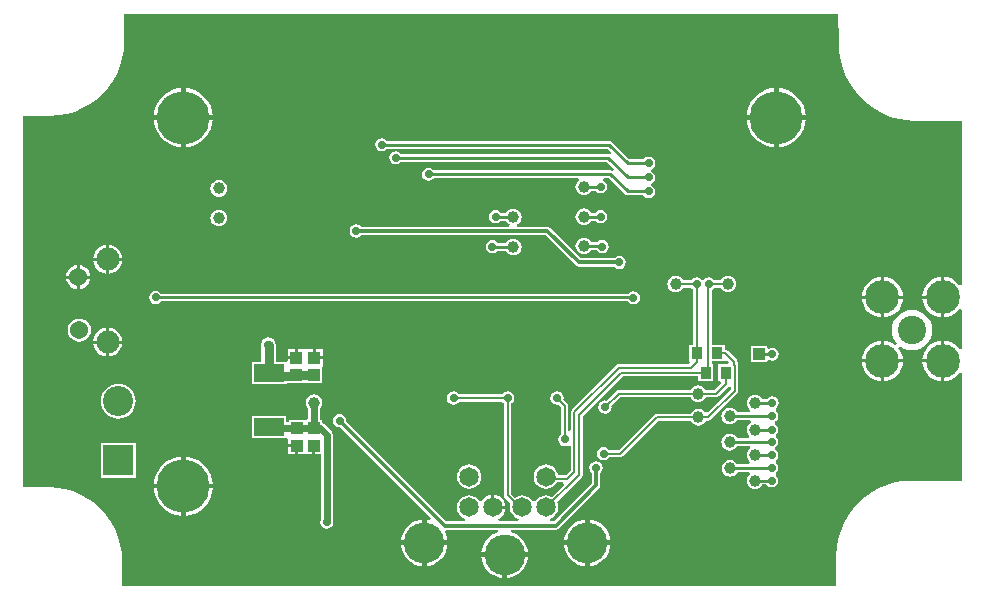
<source format=gbl>
G04*
G04 #@! TF.GenerationSoftware,Altium Limited,Altium Designer,25.2.1 (25)*
G04*
G04 Layer_Physical_Order=2*
G04 Layer_Color=16711680*
%FSLAX44Y44*%
%MOMM*%
G71*
G04*
G04 #@! TF.SameCoordinates,87619A9C-F5BC-4542-8D18-A5A081A772CD*
G04*
G04*
G04 #@! TF.FilePolarity,Positive*
G04*
G01*
G75*
%ADD10C,0.2000*%
%ADD11C,0.2500*%
%ADD19R,0.9000X1.0000*%
G04:AMPARAMS|DCode=23|XSize=0.95mm|YSize=0.95mm|CornerRadius=0mm|HoleSize=0mm|Usage=FLASHONLY|Rotation=90.000|XOffset=0mm|YOffset=0mm|HoleType=Round|Shape=RoundedRectangle|*
%AMROUNDEDRECTD23*
21,1,0.9500,0.9500,0,0,90.0*
21,1,0.9500,0.9500,0,0,90.0*
1,1,0.0000,0.4750,0.4750*
1,1,0.0000,0.4750,-0.4750*
1,1,0.0000,-0.4750,-0.4750*
1,1,0.0000,-0.4750,0.4750*
%
%ADD23ROUNDEDRECTD23*%
%ADD70C,1.0000*%
%ADD71C,0.6000*%
%ADD72C,0.2450*%
%ADD73C,0.3000*%
%ADD74C,0.2540*%
%ADD75C,0.8000*%
%ADD76C,4.5000*%
%ADD77C,3.4500*%
%ADD78C,1.6500*%
%ADD79C,2.8500*%
%ADD80C,2.4000*%
%ADD81R,2.5500X2.5500*%
%ADD82C,2.5500*%
%ADD83C,1.5400*%
%ADD84C,1.9500*%
%ADD85C,0.7000*%
%ADD86R,2.5000X1.5000*%
%ADD87R,7.0000X7.0000*%
G36*
X693156Y464668D02*
X693181Y464553D01*
X693062Y462434D01*
X693472Y455140D01*
X694696Y447938D01*
X696718Y440918D01*
X699514Y434168D01*
X703047Y427775D01*
X707275Y421816D01*
X712143Y416369D01*
X717590Y411501D01*
X723548Y407274D01*
X729942Y403740D01*
X736691Y400945D01*
X743711Y398922D01*
X750913Y397698D01*
X755667Y397431D01*
X755917Y397382D01*
X797172D01*
Y258576D01*
X796221Y258065D01*
X795172Y257923D01*
X793257Y260257D01*
X790630Y262412D01*
X787633Y264014D01*
X784382Y265000D01*
X782270Y265208D01*
Y248000D01*
Y230792D01*
X784382Y231000D01*
X787633Y231986D01*
X790630Y233588D01*
X793257Y235743D01*
X795172Y238078D01*
X796221Y237935D01*
X797172Y237424D01*
Y204576D01*
X796221Y204065D01*
X795172Y203923D01*
X793257Y206257D01*
X790630Y208412D01*
X787633Y210014D01*
X784382Y211000D01*
X782270Y211208D01*
Y194000D01*
Y176792D01*
X784382Y177000D01*
X787633Y177986D01*
X790630Y179588D01*
X793257Y181743D01*
X795172Y184077D01*
X796221Y183935D01*
X797172Y183424D01*
Y92638D01*
X755778D01*
X755768Y92636D01*
X754698Y92696D01*
X747558Y92295D01*
X740507Y91097D01*
X733635Y89117D01*
X727027Y86380D01*
X720768Y82921D01*
X714935Y78782D01*
X709603Y74017D01*
X704837Y68684D01*
X700698Y62851D01*
X697239Y56592D01*
X694502Y49984D01*
X692522Y43112D01*
X691324Y36061D01*
X690986Y30047D01*
X690986D01*
X690982Y30000D01*
X690982Y28058D01*
Y3687D01*
X86355D01*
Y25181D01*
X86369Y25181D01*
X86355Y25510D01*
X86349Y25536D01*
X86259Y27148D01*
X86259Y27149D01*
X86009Y31600D01*
X84836Y38502D01*
X82898Y45228D01*
X80220Y51695D01*
X76834Y57822D01*
X72783Y63531D01*
X68118Y68751D01*
X62899Y73415D01*
X57189Y77466D01*
X51063Y80852D01*
X44595Y83531D01*
X37869Y85469D01*
X30967Y86642D01*
X25787Y86933D01*
X25510Y86988D01*
X25394D01*
X24719Y86993D01*
X23978Y87034D01*
X23408Y87002D01*
X21410Y86988D01*
X2687D01*
Y361000D01*
Y401603D01*
X25510D01*
X25524Y401591D01*
X25524Y401573D01*
X32234Y401950D01*
X39183Y403130D01*
X45956Y405081D01*
X52467Y407779D01*
X58636Y411188D01*
X64384Y415267D01*
X69640Y419963D01*
X74336Y425219D01*
X78415Y430967D01*
X81824Y437135D01*
X84521Y443647D01*
X86472Y450420D01*
X87653Y457368D01*
X87956Y462755D01*
X88048Y464405D01*
X88030Y464733D01*
X88000Y466725D01*
Y487533D01*
X692682D01*
X693156Y464668D01*
D02*
G37*
%LPC*%
G36*
X642000Y424964D02*
Y402000D01*
X664964D01*
X664678Y404909D01*
X663246Y409629D01*
X660921Y413979D01*
X657792Y417792D01*
X653979Y420921D01*
X649629Y423246D01*
X644909Y424678D01*
X642000Y424964D01*
D02*
G37*
G36*
X638000D02*
X635091Y424678D01*
X630371Y423246D01*
X626021Y420921D01*
X622208Y417792D01*
X619079Y413979D01*
X616754Y409629D01*
X615322Y404909D01*
X615036Y402000D01*
X638000D01*
Y424964D01*
D02*
G37*
G36*
X140000D02*
Y402000D01*
X162964D01*
X162678Y404909D01*
X161246Y409629D01*
X158921Y413979D01*
X155792Y417792D01*
X151979Y420921D01*
X147629Y423246D01*
X142909Y424678D01*
X140000Y424964D01*
D02*
G37*
G36*
X136000D02*
X133091Y424678D01*
X128371Y423246D01*
X124021Y420921D01*
X120208Y417792D01*
X117079Y413979D01*
X114754Y409629D01*
X113322Y404909D01*
X113036Y402000D01*
X136000D01*
Y424964D01*
D02*
G37*
G36*
X664964Y398000D02*
X642000D01*
Y375036D01*
X644909Y375322D01*
X649629Y376754D01*
X653979Y379079D01*
X657792Y382208D01*
X660921Y386021D01*
X663246Y390371D01*
X664678Y395091D01*
X664964Y398000D01*
D02*
G37*
G36*
X638000D02*
X615036D01*
X615322Y395091D01*
X616754Y390371D01*
X619079Y386021D01*
X622208Y382208D01*
X626021Y379079D01*
X630371Y376754D01*
X635091Y375322D01*
X638000Y375036D01*
Y398000D01*
D02*
G37*
G36*
X162964D02*
X140000D01*
Y375036D01*
X142909Y375322D01*
X147629Y376754D01*
X151979Y379079D01*
X155792Y382208D01*
X158921Y386021D01*
X161246Y390371D01*
X162678Y395091D01*
X162964Y398000D01*
D02*
G37*
G36*
X136000D02*
X113036D01*
X113322Y395091D01*
X114754Y390371D01*
X117079Y386021D01*
X120208Y382208D01*
X124021Y379079D01*
X128371Y376754D01*
X133091Y375322D01*
X136000Y375036D01*
Y398000D01*
D02*
G37*
G36*
X306000Y382608D02*
X303854Y382181D01*
X302035Y380965D01*
X300819Y379146D01*
X300392Y377000D01*
X300819Y374854D01*
X302035Y373035D01*
X303854Y371819D01*
X306000Y371392D01*
X308146Y371819D01*
X309965Y373035D01*
X310401Y373686D01*
X497277D01*
X500593Y370370D01*
X499318Y368817D01*
X498848Y369131D01*
X497580Y369383D01*
X322213D01*
X321778Y370034D01*
X319959Y371250D01*
X317813Y371677D01*
X315667Y371250D01*
X313847Y370034D01*
X312632Y368215D01*
X312205Y366069D01*
X312632Y363923D01*
X313847Y362104D01*
X315667Y360888D01*
X317813Y360461D01*
X319959Y360888D01*
X321778Y362104D01*
X322213Y362756D01*
X496208D01*
X502585Y356378D01*
X501311Y354824D01*
X500841Y355138D01*
X499573Y355390D01*
X350054D01*
X349619Y356042D01*
X347799Y357257D01*
X345653Y357684D01*
X343507Y357257D01*
X341688Y356042D01*
X340472Y354222D01*
X340046Y352076D01*
X340472Y349930D01*
X341688Y348111D01*
X343507Y346896D01*
X345653Y346469D01*
X347799Y346896D01*
X349619Y348111D01*
X350054Y348763D01*
X472116D01*
X472795Y346763D01*
X472137Y346258D01*
X471015Y344796D01*
X470309Y343093D01*
X470069Y341266D01*
X470309Y339438D01*
X471015Y337736D01*
X472137Y336273D01*
X473599Y335151D01*
X475302Y334446D01*
X477129Y334205D01*
X478957Y334446D01*
X480659Y335151D01*
X482122Y336273D01*
X483244Y337736D01*
X483401Y338114D01*
X487073D01*
X487373Y337665D01*
X489192Y336449D01*
X491338Y336022D01*
X493484Y336449D01*
X495303Y337665D01*
X496519Y339484D01*
X496946Y341630D01*
X496519Y343776D01*
X495303Y345595D01*
X493556Y346763D01*
X493525Y346914D01*
X493927Y348763D01*
X498200D01*
X511855Y335108D01*
X512930Y334390D01*
X514198Y334137D01*
X527578D01*
X528013Y333486D01*
X529832Y332270D01*
X531978Y331843D01*
X534124Y332270D01*
X535943Y333486D01*
X537159Y335305D01*
X537586Y337451D01*
X537159Y339597D01*
X535943Y341417D01*
X534561Y342340D01*
X534408Y343019D01*
Y343884D01*
X534561Y344562D01*
X535943Y345486D01*
X537159Y347305D01*
X537586Y349451D01*
X537159Y351597D01*
X535943Y353416D01*
X534561Y354340D01*
X534408Y355019D01*
Y355884D01*
X534561Y356562D01*
X535943Y357486D01*
X537159Y359305D01*
X537586Y361451D01*
X537159Y363597D01*
X535943Y365416D01*
X534124Y366632D01*
X531978Y367059D01*
X529832Y366632D01*
X528013Y365416D01*
X527578Y364765D01*
X515571D01*
X500992Y379343D01*
X499917Y380061D01*
X498649Y380314D01*
X310401D01*
X309965Y380965D01*
X308146Y382181D01*
X306000Y382608D01*
D02*
G37*
G36*
X168000Y347060D02*
X166173Y346820D01*
X164470Y346115D01*
X163008Y344992D01*
X161886Y343530D01*
X161180Y341827D01*
X160940Y340000D01*
X161180Y338173D01*
X161886Y336470D01*
X163008Y335008D01*
X164470Y333885D01*
X166173Y333180D01*
X168000Y332940D01*
X169827Y333180D01*
X171530Y333885D01*
X172992Y335008D01*
X174114Y336470D01*
X174820Y338173D01*
X175060Y340000D01*
X174820Y341827D01*
X174114Y343530D01*
X172992Y344992D01*
X171530Y346115D01*
X169827Y346820D01*
X168000Y347060D01*
D02*
G37*
G36*
X417439Y322926D02*
X415612Y322686D01*
X413909Y321980D01*
X412447Y320858D01*
X411325Y319396D01*
X411311Y319362D01*
X406960D01*
X406403Y320195D01*
X404584Y321411D01*
X402438Y321838D01*
X400292Y321411D01*
X398473Y320195D01*
X397257Y318376D01*
X396830Y316230D01*
X397257Y314084D01*
X398473Y312265D01*
X400292Y311049D01*
X402438Y310622D01*
X404584Y311049D01*
X406403Y312265D01*
X406717Y312735D01*
X411160D01*
X411325Y312336D01*
X412447Y310873D01*
X413909Y309751D01*
X414468Y309520D01*
X414070Y307520D01*
X288589D01*
X288324Y307917D01*
X286504Y309132D01*
X284358Y309559D01*
X282212Y309132D01*
X280393Y307917D01*
X279177Y306097D01*
X278750Y303951D01*
X279177Y301805D01*
X280393Y299986D01*
X282212Y298771D01*
X284358Y298344D01*
X286504Y298771D01*
X288324Y299986D01*
X288589Y300383D01*
X444856D01*
X470334Y274905D01*
X471491Y274132D01*
X472857Y273860D01*
X502883D01*
X503148Y273463D01*
X504967Y272248D01*
X507113Y271821D01*
X509259Y272248D01*
X511079Y273463D01*
X512294Y275283D01*
X512721Y277429D01*
X512294Y279575D01*
X511079Y281394D01*
X509259Y282610D01*
X507113Y283036D01*
X504967Y282610D01*
X503148Y281394D01*
X502883Y280997D01*
X474335D01*
X448857Y306475D01*
X447700Y307248D01*
X446334Y307520D01*
X420809D01*
X420411Y309520D01*
X420970Y309751D01*
X422432Y310873D01*
X423554Y312336D01*
X424259Y314038D01*
X424500Y315866D01*
X424259Y317693D01*
X423554Y319396D01*
X422432Y320858D01*
X420970Y321980D01*
X419267Y322686D01*
X417439Y322926D01*
D02*
G37*
G36*
X477129Y323163D02*
X475302Y322923D01*
X473599Y322217D01*
X472137Y321095D01*
X471015Y319633D01*
X470309Y317930D01*
X470069Y316103D01*
X470309Y314276D01*
X471015Y312573D01*
X472137Y311111D01*
X473599Y309988D01*
X475302Y309283D01*
X477129Y309043D01*
X478957Y309283D01*
X480659Y309988D01*
X482122Y311111D01*
X483244Y312573D01*
X483360Y312853D01*
X486980D01*
X487373Y312265D01*
X489192Y311049D01*
X491338Y310622D01*
X493484Y311049D01*
X495303Y312265D01*
X496519Y314084D01*
X496946Y316230D01*
X496519Y318376D01*
X495303Y320195D01*
X493484Y321411D01*
X491338Y321838D01*
X489192Y321411D01*
X487373Y320195D01*
X486895Y319480D01*
X483307D01*
X483244Y319633D01*
X482122Y321095D01*
X480659Y322217D01*
X478957Y322923D01*
X477129Y323163D01*
D02*
G37*
G36*
X168000Y322060D02*
X166173Y321820D01*
X164470Y321115D01*
X163008Y319993D01*
X161886Y318530D01*
X161180Y316827D01*
X160940Y315000D01*
X161180Y313173D01*
X161886Y311470D01*
X163008Y310008D01*
X164470Y308885D01*
X166173Y308180D01*
X168000Y307940D01*
X169827Y308180D01*
X171530Y308885D01*
X172992Y310008D01*
X174114Y311470D01*
X174820Y313173D01*
X175060Y315000D01*
X174820Y316827D01*
X174114Y318530D01*
X172992Y319993D01*
X171530Y321115D01*
X169827Y321820D01*
X168000Y322060D01*
D02*
G37*
G36*
X417439Y297526D02*
X415612Y297286D01*
X413909Y296580D01*
X412447Y295458D01*
X411443Y294150D01*
X404037D01*
X403615Y294782D01*
X401796Y295997D01*
X399650Y296424D01*
X397504Y295997D01*
X395684Y294782D01*
X394469Y292962D01*
X394042Y290816D01*
X394469Y288670D01*
X395684Y286851D01*
X397504Y285636D01*
X399650Y285209D01*
X401796Y285636D01*
X403615Y286851D01*
X404037Y287482D01*
X411098D01*
X411325Y286936D01*
X412447Y285473D01*
X413909Y284351D01*
X415612Y283646D01*
X417439Y283405D01*
X419267Y283646D01*
X420970Y284351D01*
X422432Y285473D01*
X423554Y286936D01*
X424259Y288638D01*
X424500Y290466D01*
X424259Y292293D01*
X423554Y293996D01*
X422432Y295458D01*
X420970Y296580D01*
X419267Y297286D01*
X417439Y297526D01*
D02*
G37*
G36*
X477129Y298322D02*
X475302Y298082D01*
X473599Y297376D01*
X472137Y296254D01*
X471015Y294792D01*
X470309Y293089D01*
X470069Y291262D01*
X470309Y289434D01*
X471015Y287732D01*
X472137Y286269D01*
X473599Y285147D01*
X475302Y284442D01*
X477129Y284201D01*
X478957Y284442D01*
X480659Y285147D01*
X482122Y286269D01*
X483244Y287732D01*
X483244Y287732D01*
X488063D01*
X488643Y286865D01*
X490462Y285649D01*
X492608Y285222D01*
X494754Y285649D01*
X496573Y286865D01*
X497789Y288684D01*
X498216Y290830D01*
X497789Y292976D01*
X496573Y294795D01*
X494754Y296011D01*
X492608Y296438D01*
X490462Y296011D01*
X488643Y294795D01*
X488352Y294360D01*
X483423D01*
X483244Y294792D01*
X482122Y296254D01*
X480659Y297376D01*
X478957Y298082D01*
X477129Y298322D01*
D02*
G37*
G36*
X75270Y292229D02*
Y281270D01*
X86229D01*
X85974Y283208D01*
X84735Y286198D01*
X82765Y288765D01*
X80198Y290735D01*
X77208Y291974D01*
X75270Y292229D01*
D02*
G37*
G36*
X72730D02*
X70792Y291974D01*
X67802Y290735D01*
X65235Y288765D01*
X63265Y286198D01*
X62026Y283208D01*
X61771Y281270D01*
X72730D01*
Y292229D01*
D02*
G37*
G36*
X86229Y278730D02*
X75270D01*
Y267771D01*
X77208Y268026D01*
X80198Y269265D01*
X82765Y271235D01*
X84735Y273802D01*
X85974Y276792D01*
X86229Y278730D01*
D02*
G37*
G36*
X72730D02*
X61771D01*
X62026Y276792D01*
X63265Y273802D01*
X65235Y271235D01*
X67802Y269265D01*
X70792Y268026D01*
X72730Y267771D01*
Y278730D01*
D02*
G37*
G36*
X50270Y275161D02*
Y266270D01*
X59161D01*
X58976Y267673D01*
X57945Y270164D01*
X56303Y272303D01*
X54164Y273945D01*
X51673Y274976D01*
X50270Y275161D01*
D02*
G37*
G36*
X47730D02*
X46327Y274976D01*
X43836Y273945D01*
X41697Y272303D01*
X40055Y270164D01*
X39024Y267673D01*
X38839Y266270D01*
X47730D01*
Y275161D01*
D02*
G37*
G36*
X599288Y266140D02*
X597461Y265900D01*
X595758Y265194D01*
X594296Y264072D01*
X593174Y262610D01*
X592979Y262139D01*
X587349D01*
X586743Y263045D01*
X584924Y264261D01*
X582778Y264688D01*
X580632Y264261D01*
X578935Y263127D01*
X578359Y262874D01*
X577037D01*
X576462Y263127D01*
X574764Y264261D01*
X572618Y264688D01*
X570472Y264261D01*
X568653Y263045D01*
X568047Y262139D01*
X561148D01*
X560953Y262610D01*
X559831Y264072D01*
X558368Y265194D01*
X556666Y265900D01*
X554838Y266140D01*
X553011Y265900D01*
X551308Y265194D01*
X549846Y264072D01*
X548724Y262610D01*
X548018Y260907D01*
X547778Y259080D01*
X548018Y257253D01*
X548724Y255550D01*
X549846Y254088D01*
X551308Y252966D01*
X553011Y252260D01*
X554838Y252020D01*
X556666Y252260D01*
X558368Y252966D01*
X559831Y254088D01*
X560953Y255550D01*
X561148Y256021D01*
X568047D01*
X568653Y255115D01*
X569559Y254509D01*
Y207660D01*
X566508D01*
Y193660D01*
X566508D01*
X566626Y193376D01*
X565289Y191376D01*
X506898D01*
X506898Y191376D01*
X505727Y191143D01*
X504735Y190480D01*
X504735Y190480D01*
X466912Y152658D01*
X466249Y151665D01*
X466016Y150495D01*
X466016Y150495D01*
Y135386D01*
X464016Y134257D01*
X463982Y134277D01*
Y156145D01*
X463982Y156145D01*
X463750Y157315D01*
X463087Y158308D01*
X463086Y158308D01*
X459903Y161491D01*
X460116Y162560D01*
X459689Y164706D01*
X458474Y166525D01*
X456654Y167741D01*
X454508Y168168D01*
X452362Y167741D01*
X450543Y166525D01*
X449327Y164706D01*
X448900Y162560D01*
X449327Y160414D01*
X450543Y158595D01*
X452362Y157379D01*
X454508Y156952D01*
X455578Y157165D01*
X457865Y154878D01*
Y132056D01*
X456958Y131450D01*
X455743Y129631D01*
X455316Y127485D01*
X455743Y125339D01*
X456958Y123519D01*
X458778Y122304D01*
X460924Y121877D01*
X463070Y122304D01*
X464016Y122936D01*
X466016Y121881D01*
Y101400D01*
X461826Y97210D01*
X455179D01*
X454986Y98676D01*
X453953Y101169D01*
X452310Y103310D01*
X450169Y104953D01*
X447676Y105986D01*
X445000Y106338D01*
X442324Y105986D01*
X439831Y104953D01*
X437690Y103310D01*
X436047Y101169D01*
X435014Y98676D01*
X434662Y96000D01*
X435014Y93324D01*
X436047Y90831D01*
X437690Y88690D01*
X439831Y87047D01*
X442324Y86014D01*
X445000Y85662D01*
X447676Y86014D01*
X450169Y87047D01*
X452310Y88690D01*
X453953Y90831D01*
X454062Y91092D01*
X459671D01*
X460436Y89245D01*
X450152Y78960D01*
X447676Y79986D01*
X445000Y80338D01*
X442324Y79986D01*
X439831Y78953D01*
X437690Y77310D01*
X436047Y75169D01*
X433953D01*
X432310Y77310D01*
X430169Y78953D01*
X427676Y79986D01*
X425000Y80338D01*
X422324Y79986D01*
X419831Y78953D01*
X418903Y78242D01*
X415657Y81488D01*
Y157989D01*
X416563Y158595D01*
X417779Y160414D01*
X418206Y162560D01*
X417779Y164706D01*
X416563Y166525D01*
X414744Y167741D01*
X412598Y168168D01*
X410452Y167741D01*
X408633Y166525D01*
X408027Y165619D01*
X371449D01*
X370844Y166525D01*
X369024Y167741D01*
X366878Y168168D01*
X364732Y167741D01*
X362913Y166525D01*
X361697Y164706D01*
X361270Y162560D01*
X361697Y160414D01*
X362913Y158595D01*
X364732Y157379D01*
X366878Y156952D01*
X369024Y157379D01*
X370844Y158595D01*
X371449Y159501D01*
X408027D01*
X408633Y158595D01*
X409539Y157989D01*
Y80221D01*
X409539Y80221D01*
X409772Y79051D01*
X410435Y78058D01*
X415249Y73244D01*
X415014Y72676D01*
X414662Y70000D01*
X415014Y67324D01*
X416047Y64831D01*
X417690Y62690D01*
X419831Y61047D01*
X421926Y60179D01*
X421529Y58179D01*
X404882D01*
X404485Y60179D01*
X405442Y60575D01*
X407696Y62305D01*
X409425Y64559D01*
X410512Y67183D01*
X410716Y68730D01*
X400000D01*
Y70000D01*
X398730D01*
Y80716D01*
X397183Y80512D01*
X394558Y79425D01*
X392304Y77695D01*
X390854Y75806D01*
X390316Y75626D01*
X389582Y75579D01*
X388527Y75724D01*
X387310Y77310D01*
X385169Y78953D01*
X382676Y79986D01*
X380000Y80338D01*
X377324Y79986D01*
X374831Y78953D01*
X372690Y77310D01*
X371047Y75169D01*
X370014Y72676D01*
X369662Y70000D01*
X370014Y67324D01*
X371047Y64831D01*
X372690Y62690D01*
X374831Y61047D01*
X376926Y60179D01*
X376529Y58179D01*
X360736D01*
X275873Y143042D01*
X275966Y143510D01*
X275539Y145656D01*
X274324Y147475D01*
X272504Y148691D01*
X270358Y149118D01*
X268212Y148691D01*
X266393Y147475D01*
X265177Y145656D01*
X264750Y143510D01*
X265177Y141364D01*
X266393Y139545D01*
X268212Y138329D01*
X270358Y137902D01*
X270826Y137995D01*
X347815Y61006D01*
X346755Y59238D01*
X345880Y59504D01*
X344000Y59689D01*
Y42000D01*
X361689D01*
X361504Y43879D01*
X360372Y47610D01*
X359607Y49041D01*
X360806Y51041D01*
X404300D01*
X404597Y49041D01*
X402390Y48372D01*
X398952Y46534D01*
X395939Y44061D01*
X393466Y41048D01*
X391628Y37610D01*
X390496Y33879D01*
X390311Y32000D01*
X410000D01*
X429689D01*
X429504Y33879D01*
X428372Y37610D01*
X426534Y41048D01*
X424061Y44061D01*
X421048Y46534D01*
X417610Y48372D01*
X415403Y49041D01*
X415700Y51041D01*
X453238D01*
X454604Y51313D01*
X455762Y52087D01*
X490043Y86368D01*
X490816Y87525D01*
X491088Y88891D01*
Y99254D01*
X491484Y99519D01*
X492700Y101338D01*
X493127Y103484D01*
X492700Y105630D01*
X491484Y107449D01*
X489665Y108665D01*
X487519Y109092D01*
X485373Y108665D01*
X483554Y107449D01*
X482338Y105630D01*
X481912Y103484D01*
X482338Y101338D01*
X483554Y99519D01*
X483951Y99254D01*
Y90369D01*
X451760Y58179D01*
X448471D01*
X448074Y60179D01*
X450169Y61047D01*
X452310Y62690D01*
X453953Y64831D01*
X454986Y67324D01*
X455338Y70000D01*
X454986Y72676D01*
X454263Y74420D01*
X475238Y95395D01*
X475901Y96387D01*
X476134Y97558D01*
X476134Y97558D01*
Y147196D01*
X510029Y181091D01*
X573738D01*
Y177150D01*
X586738D01*
Y191150D01*
X585567D01*
Y193660D01*
X596508D01*
Y193961D01*
X598356Y194726D01*
X599933Y193150D01*
X599104Y191150D01*
X590738D01*
Y177150D01*
X592754D01*
X593582Y175150D01*
X587861Y169429D01*
X580198D01*
X580003Y169900D01*
X578881Y171362D01*
X577419Y172484D01*
X575716Y173190D01*
X573888Y173430D01*
X572061Y173190D01*
X570358Y172484D01*
X568896Y171362D01*
X567774Y169900D01*
X567579Y169429D01*
X506578D01*
X505408Y169196D01*
X504415Y168533D01*
X496217Y160335D01*
X495148Y160548D01*
X493002Y160121D01*
X491183Y158905D01*
X489967Y157086D01*
X489540Y154940D01*
X489967Y152794D01*
X491183Y150975D01*
X493002Y149759D01*
X495148Y149332D01*
X497294Y149759D01*
X499114Y150975D01*
X500329Y152794D01*
X500756Y154940D01*
X500543Y156009D01*
X507845Y163311D01*
X567579D01*
X567774Y162840D01*
X568896Y161378D01*
X570358Y160256D01*
X572061Y159550D01*
X573888Y159310D01*
X575716Y159550D01*
X577419Y160256D01*
X578881Y161378D01*
X580003Y162840D01*
X580198Y163311D01*
X589128D01*
X589128Y163311D01*
X590299Y163544D01*
X591291Y164207D01*
X599401Y172317D01*
X599680Y172734D01*
X601680Y172127D01*
Y170031D01*
X582197Y150549D01*
X581910Y150448D01*
X579653Y150738D01*
X579185Y151347D01*
X577723Y152469D01*
X576020Y153175D01*
X574193Y153415D01*
X572366Y153175D01*
X570663Y152469D01*
X569201Y151347D01*
X568079Y149885D01*
X567907Y149471D01*
X538691D01*
X538691Y149471D01*
X537520Y149238D01*
X536528Y148575D01*
X536528Y148575D01*
X506581Y118629D01*
X498449D01*
X497844Y119535D01*
X496024Y120751D01*
X493878Y121178D01*
X491732Y120751D01*
X489913Y119535D01*
X488697Y117716D01*
X488270Y115570D01*
X488697Y113424D01*
X489913Y111605D01*
X491732Y110389D01*
X493878Y109962D01*
X496024Y110389D01*
X497844Y111605D01*
X498449Y112511D01*
X507848D01*
X507848Y112511D01*
X509019Y112744D01*
X510011Y113407D01*
X539958Y143354D01*
X567859D01*
X568079Y142825D01*
X569201Y141362D01*
X570663Y140240D01*
X572366Y139535D01*
X574193Y139294D01*
X576020Y139535D01*
X577723Y140240D01*
X579185Y141362D01*
X580308Y142825D01*
X580533Y143368D01*
X582401D01*
X582401Y143368D01*
X583572Y143601D01*
X584564Y144264D01*
X606901Y166601D01*
X606901Y166601D01*
X607564Y167594D01*
X607797Y168764D01*
Y190392D01*
X607797Y190393D01*
X607564Y191563D01*
X607350Y191884D01*
Y193117D01*
X607117Y194288D01*
X606454Y195280D01*
X606454Y195280D01*
X598911Y202823D01*
X597919Y203486D01*
X596748Y203719D01*
X596508Y205650D01*
Y207660D01*
X585567D01*
Y254329D01*
X586743Y255115D01*
X587349Y256021D01*
X592979D01*
X593174Y255550D01*
X594296Y254088D01*
X595758Y252966D01*
X597461Y252260D01*
X599288Y252020D01*
X601116Y252260D01*
X602818Y252966D01*
X604281Y254088D01*
X605403Y255550D01*
X606108Y257253D01*
X606349Y259080D01*
X606108Y260907D01*
X605403Y262610D01*
X604281Y264072D01*
X602818Y265194D01*
X601116Y265900D01*
X599288Y266140D01*
D02*
G37*
G36*
X47730Y263730D02*
X38839D01*
X39024Y262327D01*
X40055Y259836D01*
X41697Y257697D01*
X43836Y256055D01*
X46327Y255024D01*
X47730Y254839D01*
Y263730D01*
D02*
G37*
G36*
X59161D02*
X50270D01*
Y254839D01*
X51673Y255024D01*
X54164Y256055D01*
X56303Y257697D01*
X57945Y259836D01*
X58976Y262327D01*
X59161Y263730D01*
D02*
G37*
G36*
X779730Y265208D02*
X777618Y265000D01*
X774367Y264014D01*
X771370Y262412D01*
X768743Y260257D01*
X766588Y257630D01*
X764986Y254633D01*
X764000Y251382D01*
X763792Y249270D01*
X779730D01*
Y265208D01*
D02*
G37*
G36*
X731270D02*
Y249270D01*
X747208D01*
X747000Y251382D01*
X746014Y254633D01*
X744412Y257630D01*
X742257Y260257D01*
X739630Y262412D01*
X736633Y264014D01*
X733382Y265000D01*
X731270Y265208D01*
D02*
G37*
G36*
X728730D02*
X726618Y265000D01*
X723367Y264014D01*
X720370Y262412D01*
X717743Y260257D01*
X715588Y257630D01*
X713986Y254633D01*
X713000Y251382D01*
X712792Y249270D01*
X728730D01*
Y265208D01*
D02*
G37*
G36*
X114605Y253371D02*
X112459Y252944D01*
X110640Y251728D01*
X109424Y249909D01*
X108997Y247763D01*
X109424Y245617D01*
X110640Y243798D01*
X112459Y242582D01*
X114605Y242155D01*
X116751Y242582D01*
X118570Y243798D01*
X119006Y244450D01*
X514540D01*
X515168Y243510D01*
X516987Y242295D01*
X519133Y241868D01*
X521279Y242295D01*
X523098Y243510D01*
X524314Y245329D01*
X524741Y247475D01*
X524314Y249621D01*
X523098Y251441D01*
X521279Y252656D01*
X519133Y253083D01*
X516987Y252656D01*
X515168Y251441D01*
X514925Y251077D01*
X119006D01*
X118570Y251728D01*
X116751Y252944D01*
X114605Y253371D01*
D02*
G37*
G36*
X728730Y246730D02*
X712792D01*
X713000Y244618D01*
X713986Y241367D01*
X715588Y238370D01*
X717743Y235743D01*
X720370Y233588D01*
X723367Y231986D01*
X726618Y231000D01*
X728730Y230792D01*
Y246730D01*
D02*
G37*
G36*
X747208D02*
X731270D01*
Y230792D01*
X733382Y231000D01*
X736633Y231986D01*
X739630Y233588D01*
X742257Y235743D01*
X744412Y238370D01*
X746014Y241367D01*
X747000Y244618D01*
X747208Y246730D01*
D02*
G37*
G36*
X779730Y246730D02*
X763792D01*
X764000Y244618D01*
X764986Y241367D01*
X766588Y238370D01*
X768743Y235743D01*
X771370Y233588D01*
X774367Y231986D01*
X777618Y231000D01*
X779730Y230792D01*
Y246730D01*
D02*
G37*
G36*
X75270Y222229D02*
Y211270D01*
X86229D01*
X85974Y213208D01*
X84735Y216198D01*
X82765Y218765D01*
X80198Y220735D01*
X77208Y221974D01*
X75270Y222229D01*
D02*
G37*
G36*
X72730Y222229D02*
X70792Y221974D01*
X67802Y220735D01*
X65235Y218765D01*
X63265Y216198D01*
X62026Y213208D01*
X61771Y211270D01*
X72730D01*
Y222229D01*
D02*
G37*
G36*
X50000Y229784D02*
X47468Y229450D01*
X45108Y228473D01*
X43082Y226918D01*
X41527Y224892D01*
X40550Y222532D01*
X40216Y220000D01*
X40550Y217468D01*
X41527Y215108D01*
X43082Y213082D01*
X45108Y211527D01*
X47468Y210550D01*
X50000Y210216D01*
X52532Y210550D01*
X54892Y211527D01*
X56918Y213082D01*
X58473Y215108D01*
X59450Y217468D01*
X59784Y220000D01*
X59450Y222532D01*
X58473Y224892D01*
X56918Y226918D01*
X54892Y228473D01*
X52532Y229450D01*
X50000Y229784D01*
D02*
G37*
G36*
X755000Y237082D02*
X751667Y236754D01*
X748463Y235782D01*
X745510Y234203D01*
X742921Y232079D01*
X740797Y229490D01*
X739218Y226537D01*
X738246Y223333D01*
X737918Y220000D01*
X738246Y216667D01*
X739218Y213463D01*
X740797Y210510D01*
X741972Y209077D01*
X740551Y207656D01*
X739630Y208412D01*
X736633Y210014D01*
X733382Y211000D01*
X731270Y211208D01*
Y195270D01*
X747208D01*
X747000Y197382D01*
X746014Y200633D01*
X744412Y203630D01*
X743206Y205100D01*
X744627Y206521D01*
X745510Y205797D01*
X748463Y204218D01*
X751667Y203246D01*
X755000Y202918D01*
X758333Y203246D01*
X761537Y204218D01*
X764490Y205797D01*
X767079Y207921D01*
X769203Y210510D01*
X770782Y213463D01*
X771754Y216667D01*
X772082Y220000D01*
X771754Y223333D01*
X770782Y226537D01*
X769203Y229490D01*
X767079Y232079D01*
X764490Y234203D01*
X761537Y235782D01*
X758333Y236754D01*
X755000Y237082D01*
D02*
G37*
G36*
X249994Y204141D02*
Y198121D01*
X256014D01*
Y204141D01*
X249994D01*
D02*
G37*
G36*
X232321Y204075D02*
X226301D01*
Y198055D01*
X232321D01*
Y204075D01*
D02*
G37*
G36*
X86229Y208730D02*
X75270D01*
Y197771D01*
X77208Y198026D01*
X80198Y199265D01*
X82765Y201235D01*
X84735Y203802D01*
X85974Y206792D01*
X86229Y208730D01*
D02*
G37*
G36*
X72730D02*
X61771D01*
X62026Y206792D01*
X63265Y203802D01*
X65235Y201235D01*
X67802Y199265D01*
X70792Y198026D01*
X72730Y197771D01*
Y208730D01*
D02*
G37*
G36*
X779730Y211208D02*
X777618Y211000D01*
X774367Y210014D01*
X771370Y208412D01*
X768743Y206257D01*
X766588Y203630D01*
X764986Y200633D01*
X764000Y197382D01*
X763792Y195270D01*
X779730D01*
Y211208D01*
D02*
G37*
G36*
X728730Y211208D02*
X726618Y211000D01*
X723367Y210014D01*
X720370Y208412D01*
X717743Y206257D01*
X715588Y203630D01*
X713986Y200633D01*
X713000Y197382D01*
X712792Y195270D01*
X728730D01*
Y211208D01*
D02*
G37*
G36*
X632059Y206584D02*
X618559D01*
Y193084D01*
X632059D01*
Y193622D01*
X634059Y194691D01*
X634526Y194379D01*
X636672Y193952D01*
X638818Y194379D01*
X640637Y195595D01*
X641853Y197414D01*
X642280Y199560D01*
X641853Y201706D01*
X640637Y203525D01*
X638818Y204741D01*
X636672Y205168D01*
X634526Y204741D01*
X634059Y204429D01*
X632059Y205498D01*
Y206584D01*
D02*
G37*
G36*
X728730Y192730D02*
X712792D01*
X713000Y190618D01*
X713986Y187367D01*
X715588Y184370D01*
X717743Y181743D01*
X720370Y179588D01*
X723367Y177986D01*
X726618Y177000D01*
X728730Y176792D01*
Y192730D01*
D02*
G37*
G36*
X779730Y192730D02*
X763792D01*
X764000Y190618D01*
X764986Y187367D01*
X766588Y184370D01*
X768743Y181743D01*
X771370Y179588D01*
X774367Y177986D01*
X777618Y177000D01*
X779730Y176792D01*
Y192730D01*
D02*
G37*
G36*
X747208Y192730D02*
X731270D01*
Y176792D01*
X733382Y177000D01*
X736633Y177986D01*
X739630Y179588D01*
X742257Y181743D01*
X744412Y184370D01*
X746014Y187367D01*
X747000Y190618D01*
X747208Y192730D01*
D02*
G37*
G36*
X210127Y214014D02*
X207786Y213549D01*
X205801Y212223D01*
X204475Y210238D01*
X204009Y207897D01*
X204123Y207327D01*
Y193500D01*
X196000D01*
Y174500D01*
X225000D01*
Y174651D01*
X226841Y175035D01*
X226841Y175035D01*
X226841Y175035D01*
X240002D01*
X240341Y175035D01*
Y175035D01*
X241975Y175101D01*
Y175101D01*
X255474D01*
Y180925D01*
X255658Y181850D01*
X255474Y182774D01*
Y187785D01*
X256014Y189561D01*
X256014Y190377D01*
Y195581D01*
X248724D01*
Y196851D01*
X247454D01*
Y204141D01*
X242854D01*
X241434Y204141D01*
X239462Y204075D01*
X234861D01*
Y196785D01*
X233591D01*
Y195515D01*
X226301D01*
Y194961D01*
X225000Y193500D01*
X224301Y193500D01*
X216358D01*
Y207784D01*
X215892Y210125D01*
X214566Y212109D01*
X214453Y212223D01*
X212468Y213549D01*
X210127Y214014D01*
D02*
G37*
G36*
X622331Y165303D02*
X620504Y165062D01*
X618801Y164357D01*
X617338Y163235D01*
X616216Y161772D01*
X615511Y160070D01*
X615270Y158242D01*
X615511Y156415D01*
X616216Y154712D01*
X617338Y153250D01*
X618115Y152654D01*
X617436Y150654D01*
X606754D01*
X606673Y150850D01*
X605551Y152312D01*
X604089Y153434D01*
X602386Y154140D01*
X600558Y154380D01*
X598731Y154140D01*
X597028Y153434D01*
X595566Y152312D01*
X594444Y150850D01*
X593739Y149147D01*
X593498Y147320D01*
X593739Y145493D01*
X594444Y143790D01*
X595566Y142327D01*
X597028Y141206D01*
X598731Y140500D01*
X600558Y140260D01*
X602386Y140500D01*
X604089Y141206D01*
X605551Y142327D01*
X606673Y143790D01*
X606754Y143986D01*
X618175D01*
X618605Y142065D01*
X618594Y141986D01*
X617156Y140883D01*
X616034Y139420D01*
X615329Y137718D01*
X615088Y135890D01*
X615329Y134063D01*
X616034Y132360D01*
X617156Y130898D01*
X617320Y130772D01*
X616641Y128772D01*
X606599D01*
X605551Y130138D01*
X604089Y131260D01*
X602386Y131965D01*
X600558Y132206D01*
X598731Y131965D01*
X597028Y131260D01*
X595566Y130138D01*
X594444Y128676D01*
X593739Y126973D01*
X593498Y125146D01*
X593739Y123318D01*
X594444Y121615D01*
X595566Y120153D01*
X597028Y119031D01*
X598731Y118326D01*
X600558Y118085D01*
X602386Y118326D01*
X604089Y119031D01*
X605551Y120153D01*
X606673Y121615D01*
X606875Y122104D01*
X617694D01*
X617841Y121836D01*
X618213Y120104D01*
X617156Y119292D01*
X616034Y117830D01*
X615328Y116127D01*
X615088Y114300D01*
X615328Y112473D01*
X616034Y110770D01*
X617156Y109308D01*
X618060Y108614D01*
X617381Y106614D01*
X607050D01*
X605992Y107992D01*
X604530Y109115D01*
X602827Y109820D01*
X601000Y110060D01*
X599173Y109820D01*
X597470Y109115D01*
X596007Y107992D01*
X594885Y106530D01*
X594180Y104827D01*
X593940Y103000D01*
X594180Y101173D01*
X594885Y99470D01*
X596007Y98008D01*
X597470Y96885D01*
X599173Y96180D01*
X601000Y95940D01*
X602827Y96180D01*
X604530Y96885D01*
X605992Y98008D01*
X607114Y99470D01*
X607312Y99946D01*
X616794D01*
X617473Y97946D01*
X617156Y97702D01*
X616034Y96240D01*
X615328Y94537D01*
X615088Y92710D01*
X615328Y90883D01*
X616034Y89180D01*
X617156Y87718D01*
X618618Y86595D01*
X620321Y85890D01*
X622148Y85650D01*
X623975Y85890D01*
X625678Y86595D01*
X627141Y87718D01*
X628263Y89180D01*
X628344Y89376D01*
X631731D01*
X632153Y88745D01*
X633972Y87529D01*
X636118Y87102D01*
X638264Y87529D01*
X640083Y88745D01*
X641299Y90564D01*
X641726Y92710D01*
X641299Y94856D01*
X640083Y96675D01*
X639699Y96932D01*
Y99338D01*
X640083Y99595D01*
X641299Y101414D01*
X641726Y103560D01*
X641299Y105706D01*
X640083Y107525D01*
X639781Y107727D01*
Y110133D01*
X640083Y110335D01*
X641299Y112154D01*
X641726Y114300D01*
X641299Y116446D01*
X640083Y118265D01*
X639205Y118852D01*
Y121178D01*
X640083Y121765D01*
X641299Y123584D01*
X641726Y125730D01*
X641299Y127876D01*
X640165Y129574D01*
X639912Y130149D01*
Y131471D01*
X640165Y132046D01*
X641299Y133744D01*
X641726Y135890D01*
X641299Y138036D01*
X640083Y139855D01*
X639205Y140442D01*
Y142768D01*
X640083Y143355D01*
X641299Y145174D01*
X641726Y147320D01*
X641299Y149466D01*
X640083Y151285D01*
X639538Y151650D01*
X639537Y151652D01*
X639674Y153964D01*
X640637Y154607D01*
X641853Y156426D01*
X642280Y158573D01*
X641853Y160718D01*
X640637Y162538D01*
X638818Y163753D01*
X636672Y164180D01*
X634526Y163753D01*
X632707Y162538D01*
X632175Y161741D01*
X628458D01*
X628445Y161772D01*
X627323Y163235D01*
X625861Y164357D01*
X624158Y165062D01*
X622331Y165303D01*
D02*
G37*
G36*
X83000Y174821D02*
X80108Y174537D01*
X77328Y173693D01*
X74766Y172323D01*
X72520Y170480D01*
X70676Y168234D01*
X69307Y165672D01*
X68463Y162892D01*
X68179Y160000D01*
X68463Y157108D01*
X69307Y154328D01*
X70676Y151766D01*
X72520Y149520D01*
X74766Y147676D01*
X77328Y146307D01*
X80108Y145463D01*
X83000Y145179D01*
X85892Y145463D01*
X88672Y146307D01*
X91234Y147676D01*
X93480Y149520D01*
X95323Y151766D01*
X96693Y154328D01*
X97537Y157108D01*
X97821Y160000D01*
X97537Y162892D01*
X96693Y165672D01*
X95323Y168234D01*
X93480Y170480D01*
X91234Y172323D01*
X88672Y173693D01*
X85892Y174537D01*
X83000Y174821D01*
D02*
G37*
G36*
X248768Y165810D02*
X246941Y165570D01*
X245238Y164865D01*
X243776Y163742D01*
X242654Y162280D01*
X241949Y160577D01*
X241708Y158750D01*
X241949Y156923D01*
X242654Y155220D01*
X243590Y154000D01*
Y144467D01*
X241590Y143840D01*
X240662Y143907D01*
Y143907D01*
X239893Y143907D01*
X227162D01*
Y142271D01*
X225000D01*
Y147500D01*
X196000D01*
Y128500D01*
X224228D01*
X224228Y128500D01*
X225000D01*
X226622Y127587D01*
X226622Y127586D01*
Y123427D01*
X233912D01*
Y122157D01*
X235182D01*
Y114867D01*
X239354D01*
X241318Y114781D01*
X243166Y114781D01*
X247338D01*
Y122071D01*
X249878D01*
Y114781D01*
X254351D01*
Y59701D01*
X254268Y59577D01*
X253842Y57431D01*
X254268Y55285D01*
X255484Y53466D01*
X257303Y52250D01*
X259449Y51824D01*
X261595Y52250D01*
X263415Y53466D01*
X264630Y55285D01*
X265057Y57431D01*
X264630Y59577D01*
X264547Y59701D01*
Y131559D01*
X264159Y133510D01*
X263054Y135164D01*
X257453Y140765D01*
X255799Y141870D01*
X255358Y141958D01*
Y143821D01*
X253786D01*
Y153790D01*
X254883Y155220D01*
X255588Y156923D01*
X255829Y158750D01*
X255588Y160577D01*
X254883Y162280D01*
X253761Y163742D01*
X252299Y164865D01*
X250596Y165570D01*
X248768Y165810D01*
D02*
G37*
G36*
X232642Y120887D02*
X226622D01*
Y114867D01*
X232642D01*
Y120887D01*
D02*
G37*
G36*
X97750Y124750D02*
X68250D01*
Y95250D01*
X97750D01*
Y124750D01*
D02*
G37*
G36*
X140000Y112964D02*
Y90000D01*
X162964D01*
X162678Y92909D01*
X161246Y97629D01*
X158921Y101979D01*
X155792Y105792D01*
X151979Y108921D01*
X147629Y111246D01*
X142909Y112678D01*
X140000Y112964D01*
D02*
G37*
G36*
X136000D02*
X133091Y112678D01*
X128371Y111246D01*
X124021Y108921D01*
X120208Y105792D01*
X117079Y101979D01*
X114754Y97629D01*
X113322Y92909D01*
X113036Y90000D01*
X136000D01*
Y112964D01*
D02*
G37*
G36*
X380000Y106338D02*
X377324Y105986D01*
X374831Y104953D01*
X372690Y103310D01*
X371047Y101169D01*
X370014Y98676D01*
X369662Y96000D01*
X370014Y93324D01*
X371047Y90831D01*
X372690Y88690D01*
X374831Y87047D01*
X377324Y86014D01*
X380000Y85662D01*
X382676Y86014D01*
X385169Y87047D01*
X387310Y88690D01*
X388953Y90831D01*
X389986Y93324D01*
X390338Y96000D01*
X389986Y98676D01*
X388953Y101169D01*
X387310Y103310D01*
X385169Y104953D01*
X382676Y105986D01*
X380000Y106338D01*
D02*
G37*
G36*
X401270Y80716D02*
Y71270D01*
X410716D01*
X410512Y72817D01*
X409425Y75442D01*
X407696Y77695D01*
X405442Y79425D01*
X402817Y80512D01*
X401270Y80716D01*
D02*
G37*
G36*
X162964Y86000D02*
X140000D01*
Y63036D01*
X142909Y63322D01*
X147629Y64754D01*
X151979Y67079D01*
X155792Y70208D01*
X158921Y74021D01*
X161246Y78371D01*
X162678Y83091D01*
X162964Y86000D01*
D02*
G37*
G36*
X136000D02*
X113036D01*
X113322Y83091D01*
X114754Y78371D01*
X117079Y74021D01*
X120208Y70208D01*
X124021Y67079D01*
X128371Y64754D01*
X133091Y63322D01*
X136000Y63036D01*
Y86000D01*
D02*
G37*
G36*
X482000Y59689D02*
Y42000D01*
X499689D01*
X499504Y43879D01*
X498372Y47610D01*
X496534Y51048D01*
X494061Y54061D01*
X491048Y56534D01*
X487610Y58372D01*
X483880Y59504D01*
X482000Y59689D01*
D02*
G37*
G36*
X340000D02*
X338120Y59504D01*
X334390Y58372D01*
X330952Y56534D01*
X327939Y54061D01*
X325466Y51048D01*
X323628Y47610D01*
X322496Y43879D01*
X322311Y42000D01*
X340000D01*
Y59689D01*
D02*
G37*
G36*
X478000D02*
X476120Y59504D01*
X472390Y58372D01*
X468952Y56534D01*
X465939Y54061D01*
X463466Y51048D01*
X461628Y47610D01*
X460496Y43879D01*
X460311Y42000D01*
X478000D01*
Y59689D01*
D02*
G37*
G36*
X499689Y38000D02*
X482000D01*
Y20311D01*
X483880Y20496D01*
X487610Y21628D01*
X491048Y23466D01*
X494061Y25939D01*
X496534Y28952D01*
X498372Y32390D01*
X499504Y36121D01*
X499689Y38000D01*
D02*
G37*
G36*
X361689D02*
X344000D01*
Y20311D01*
X345880Y20496D01*
X349610Y21628D01*
X353048Y23466D01*
X356061Y25939D01*
X358534Y28952D01*
X360372Y32390D01*
X361504Y36121D01*
X361689Y38000D01*
D02*
G37*
G36*
X340000D02*
X322311D01*
X322496Y36121D01*
X323628Y32390D01*
X325466Y28952D01*
X327939Y25939D01*
X330952Y23466D01*
X334390Y21628D01*
X338120Y20496D01*
X340000Y20311D01*
Y38000D01*
D02*
G37*
G36*
X478000D02*
X460311D01*
X460496Y36121D01*
X461628Y32390D01*
X463466Y28952D01*
X465939Y25939D01*
X468952Y23466D01*
X472390Y21628D01*
X476120Y20496D01*
X478000Y20311D01*
Y38000D01*
D02*
G37*
G36*
X429689Y28000D02*
X412000D01*
Y10311D01*
X413880Y10496D01*
X417610Y11628D01*
X421048Y13466D01*
X424061Y15939D01*
X426534Y18952D01*
X428372Y22390D01*
X429504Y26121D01*
X429689Y28000D01*
D02*
G37*
G36*
X408000D02*
X390311D01*
X390496Y26121D01*
X391628Y22390D01*
X393466Y18952D01*
X395939Y15939D01*
X398952Y13466D01*
X402390Y11628D01*
X406120Y10496D01*
X408000Y10311D01*
Y28000D01*
D02*
G37*
%LPD*%
D10*
X454508Y162560D02*
X460924Y156145D01*
Y127485D02*
Y156145D01*
X495148Y154940D02*
X506578Y166370D01*
X444668Y69151D02*
X473075Y97558D01*
X444668Y94151D02*
X463093D01*
X582778Y259080D02*
X599288D01*
X554838D02*
X572618D01*
X507848Y115570D02*
X538691Y146412D01*
X574136D02*
X574193Y146355D01*
X538691Y146412D02*
X574136D01*
X574193Y146355D02*
X574265Y146427D01*
X604738Y168764D02*
Y190393D01*
X582401Y146427D02*
X604738Y168764D01*
X574265Y146427D02*
X582401D01*
X506578Y166370D02*
X573888D01*
X589128D02*
X597238Y174480D01*
X573888Y166370D02*
X589128D01*
X597238Y174480D02*
Y184150D01*
X493878Y115570D02*
X507848D01*
X596748Y200660D02*
X604291Y193117D01*
Y190840D02*
Y193117D01*
Y190840D02*
X604738Y190393D01*
X473075Y97558D02*
Y148463D01*
X469075Y150495D02*
X506898Y188318D01*
X463093Y94151D02*
X469075Y100133D01*
Y150495D01*
X473075Y148463D02*
X508762Y184150D01*
X590009Y200660D02*
X596748D01*
X506898Y188318D02*
X567896D01*
X508762Y184150D02*
X580238D01*
X582508Y258810D02*
X582778Y259080D01*
X582508Y186420D02*
Y258810D01*
X580238Y184150D02*
X582508Y186420D01*
X366878Y162560D02*
X412598D01*
Y80221D02*
Y162560D01*
Y80221D02*
X423668Y69151D01*
X572618Y202810D02*
X573888Y201540D01*
X572618Y202810D02*
Y259080D01*
X573008Y200660D02*
X573888Y201540D01*
X573008Y193430D02*
Y200660D01*
X567896Y188318D02*
X573008Y193430D01*
D11*
X518845Y247763D02*
X519133Y247475D01*
X114605Y247763D02*
X518845D01*
X498649Y377000D02*
X514198Y361451D01*
X306000Y377000D02*
X498649D01*
X497580Y366069D02*
X514198Y349451D01*
X317813Y366069D02*
X497580D01*
X477345Y291046D02*
X492392D01*
X492608Y290830D01*
X345653Y352076D02*
X499573D01*
X514198Y337451D01*
X531978D01*
X402438Y316230D02*
X402621Y316048D01*
X514198Y349451D02*
X531978D01*
X402621Y316048D02*
X417257D01*
X514198Y361451D02*
X531978D01*
X417257Y316048D02*
X417439Y315866D01*
X477129Y291262D02*
X477345Y291046D01*
X477129Y316103D02*
X477193Y316166D01*
X491275D01*
X491338Y316230D01*
D19*
X580238Y184150D02*
D03*
X597238D02*
D03*
X573008Y200660D02*
D03*
X590009D02*
D03*
D23*
X248724Y196851D02*
D03*
Y181851D02*
D03*
X233912Y137157D02*
D03*
Y122157D02*
D03*
X625309Y214834D02*
D03*
Y199834D02*
D03*
X233591Y196785D02*
D03*
Y181785D02*
D03*
X248608Y137071D02*
D03*
Y122071D02*
D03*
D70*
X601000Y103000D02*
D03*
X573888Y166370D02*
D03*
X574193Y146355D02*
D03*
X554838Y259080D02*
D03*
X599288D02*
D03*
X248768Y158750D02*
D03*
X622148Y92710D02*
D03*
X622148Y114300D02*
D03*
X622148Y135890D02*
D03*
X622331Y158242D02*
D03*
X600558Y147320D02*
D03*
X600558Y125146D02*
D03*
X477129Y291262D02*
D03*
X417439Y290466D02*
D03*
X477129Y316103D02*
D03*
X417439Y315866D02*
D03*
X477129Y341266D02*
D03*
X168000Y340000D02*
D03*
Y315000D02*
D03*
D71*
X210322Y137173D02*
X248226D01*
X259449Y57431D02*
Y131559D01*
X253848Y137160D02*
X259449Y131559D01*
X248688Y137151D02*
X248697Y137160D01*
X210168Y137020D02*
X210322Y137173D01*
X248697Y137160D02*
X253848D01*
X248688Y158670D02*
X248768Y158750D01*
X248688Y137151D02*
Y158670D01*
X248608Y137071D02*
X248688Y137151D01*
D72*
X622148Y114300D02*
X636118D01*
X622148Y135890D02*
X622149Y135890D01*
X636118D01*
X636118Y135890D01*
D73*
X284358Y303951D02*
X446334D01*
X472857Y277429D01*
X507113D01*
X359258Y54610D02*
X453238D01*
X270358Y143510D02*
X359258Y54610D01*
X453238D02*
X487519Y88891D01*
Y103484D01*
D74*
X601000Y103000D02*
X601280Y103280D01*
X635838D01*
X636118Y103560D01*
X625583Y199560D02*
X636672D01*
X625309Y199834D02*
X625583Y199560D01*
X399650Y290816D02*
X417089D01*
X417257Y290648D01*
X622148Y92710D02*
X636118D01*
X600558Y125146D02*
X600851Y125438D01*
X635826D01*
X636118Y125730D01*
X622331Y158242D02*
X622496Y158407D01*
X636507D01*
X636672Y158573D01*
X600558Y147320D02*
X600558Y147320D01*
X636118D01*
X477129Y341266D02*
X477312Y341448D01*
X491156D01*
X491338Y341630D01*
X417257Y290648D02*
X417439Y290466D01*
D75*
X210240Y183092D02*
Y207784D01*
X210127Y207897D02*
X210240Y207784D01*
X234764Y181850D02*
X249541D01*
X234301Y181387D02*
X234764Y181850D01*
X211802Y181387D02*
X234301D01*
X210168Y183020D02*
X211802Y181387D01*
X210168Y183020D02*
X210240Y183092D01*
D76*
X138000Y400000D02*
D03*
Y88000D02*
D03*
X640000Y400000D02*
D03*
D77*
X342000Y40000D02*
D03*
X410000Y30000D02*
D03*
X480000Y40000D02*
D03*
D78*
X425000Y70000D02*
D03*
X400000D02*
D03*
X380000Y96000D02*
D03*
Y70000D02*
D03*
X445000Y96000D02*
D03*
Y70000D02*
D03*
D79*
X781000Y194000D02*
D03*
X730000D02*
D03*
Y248000D02*
D03*
X781000D02*
D03*
D80*
X755000Y220000D02*
D03*
D81*
X83000Y110000D02*
D03*
D82*
Y160000D02*
D03*
D83*
X50000Y220000D02*
D03*
X49000Y265000D02*
D03*
D84*
X74000Y210000D02*
D03*
Y280000D02*
D03*
D85*
X451581Y113712D02*
D03*
X460924Y127485D02*
D03*
X495148Y154940D02*
D03*
X535290Y395518D02*
D03*
X437060Y22814D02*
D03*
X106000Y266999D02*
D03*
X114605Y247763D02*
D03*
X519133Y247475D02*
D03*
X636118Y103560D02*
D03*
X259449Y57431D02*
D03*
X636672Y199560D02*
D03*
X401780Y87734D02*
D03*
X306000Y377000D02*
D03*
X284358Y303951D02*
D03*
X262060Y272814D02*
D03*
X137060Y222814D02*
D03*
X19125Y318668D02*
D03*
X228673Y345696D02*
D03*
X387060Y222814D02*
D03*
X187060Y22814D02*
D03*
X408728Y391294D02*
D03*
X662060Y372814D02*
D03*
X637060Y322814D02*
D03*
X687060D02*
D03*
X337060Y122814D02*
D03*
X587060Y22814D02*
D03*
X62060Y372814D02*
D03*
X336055Y95145D02*
D03*
X387060Y22814D02*
D03*
X561758Y99268D02*
D03*
X237060Y222814D02*
D03*
X487060D02*
D03*
X181619Y344178D02*
D03*
X537060Y22814D02*
D03*
X712060Y272814D02*
D03*
X336830Y291106D02*
D03*
X452916Y406031D02*
D03*
X662060Y72814D02*
D03*
X287060Y422814D02*
D03*
X562060Y172870D02*
D03*
X187060Y222814D02*
D03*
X87060D02*
D03*
X587060Y122814D02*
D03*
X87060Y422814D02*
D03*
X363123Y195530D02*
D03*
X437060Y222814D02*
D03*
X440120Y43113D02*
D03*
X237060Y22814D02*
D03*
X478834Y400050D02*
D03*
X293032Y360875D02*
D03*
X712060Y372814D02*
D03*
X487060Y422814D02*
D03*
X20348Y222390D02*
D03*
X187060Y422814D02*
D03*
X37060Y322814D02*
D03*
X481650Y135284D02*
D03*
X762060Y272814D02*
D03*
X305046Y142710D02*
D03*
X222298Y314124D02*
D03*
X637060Y22814D02*
D03*
X512060Y72814D02*
D03*
X287060Y22814D02*
D03*
X237060Y422814D02*
D03*
X162060Y72814D02*
D03*
X737060Y322814D02*
D03*
X20622Y167853D02*
D03*
X587060Y422814D02*
D03*
X425929Y88575D02*
D03*
X687060Y422814D02*
D03*
X416340Y337017D02*
D03*
X662060Y272814D02*
D03*
X87060Y322814D02*
D03*
X474282Y179763D02*
D03*
X312060Y72814D02*
D03*
X319237Y195530D02*
D03*
X212060Y272814D02*
D03*
X337060Y422814D02*
D03*
X448443Y290683D02*
D03*
X459033Y314181D02*
D03*
X345253Y141658D02*
D03*
X762060Y372814D02*
D03*
X612060D02*
D03*
X287060Y222814D02*
D03*
X262060Y372814D02*
D03*
X320059Y61063D02*
D03*
X85719Y132675D02*
D03*
X612060Y272814D02*
D03*
X20074Y277201D02*
D03*
X437060Y322814D02*
D03*
X112060Y372814D02*
D03*
X612566Y223857D02*
D03*
X112060Y72814D02*
D03*
X162060Y372814D02*
D03*
X415368Y414670D02*
D03*
X176761Y303499D02*
D03*
X20348Y111946D02*
D03*
X562060Y72814D02*
D03*
X337060Y322814D02*
D03*
X137060Y22814D02*
D03*
X210127Y207897D02*
D03*
X507113Y277429D02*
D03*
X317813Y366069D02*
D03*
X399650Y290816D02*
D03*
X492608Y290830D02*
D03*
X636118Y92710D02*
D03*
Y114300D02*
D03*
Y125730D02*
D03*
Y135890D02*
D03*
Y147320D02*
D03*
X636672Y158573D02*
D03*
X454508Y162560D02*
D03*
X493878Y115570D02*
D03*
X412598Y162560D02*
D03*
X366878D02*
D03*
X582778Y259080D02*
D03*
X572618D02*
D03*
X345653Y352076D02*
D03*
X402438Y316230D02*
D03*
X531978Y361451D02*
D03*
Y349451D02*
D03*
Y337451D02*
D03*
X491338Y341630D02*
D03*
X270358Y143510D02*
D03*
X487519Y103484D02*
D03*
X491338Y316230D02*
D03*
D86*
X210500Y184000D02*
D03*
Y138000D02*
D03*
D87*
X148000Y161000D02*
D03*
M02*

</source>
